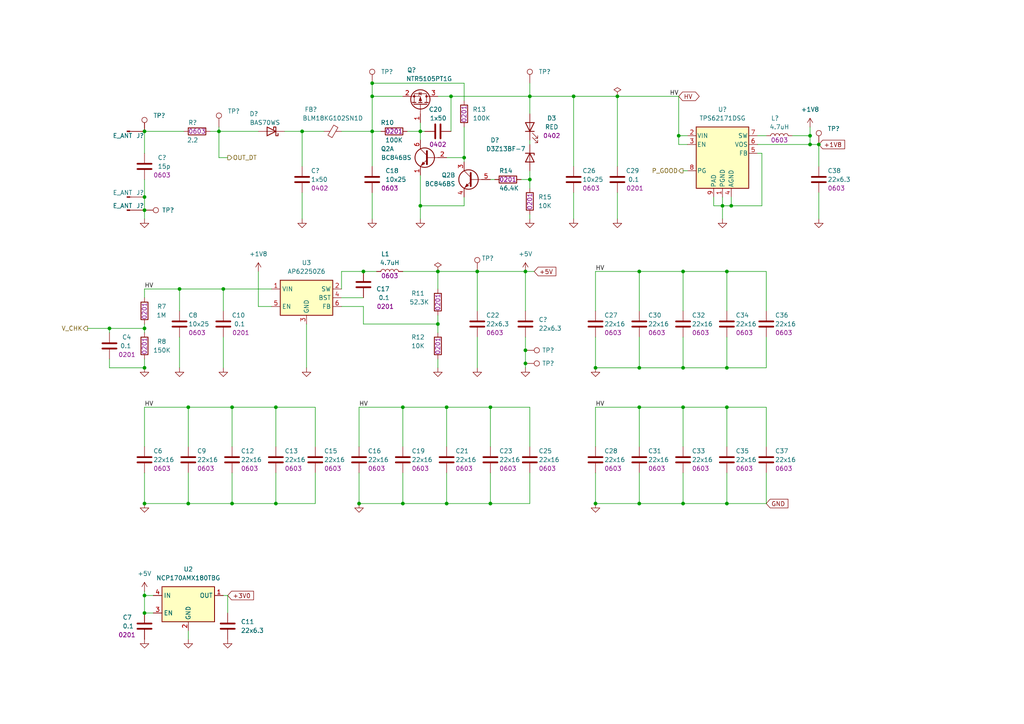
<source format=kicad_sch>
(kicad_sch (version 20231120) (generator "eeschema") (generator_version "8.0")
  (paper "A4")
  (lib_symbols
    (symbol "Connector:Conn_01x01_Male" (pin_numbers hide) (pin_names (offset 1.016) hide)
      (property "Reference" "J" (at 0 2.54 0))
      (property "Value" "Conn_01x01_Male" (at 0 -2.54 0))
      (symbol "Conn_01x01_Male_1_1"
        (pin passive line (at 5.08 0 180) (length 3.81) (name "Pin_1") (number "1"))
      )
    )
    (symbol "Connector:TestPoint" (pin_numbers hide) (pin_names (offset 0.762) hide)
      (property "Reference" "TP" (at 0 6.858 0))
      (property "Value" "TestPoint" (at 0 5.08 0))
      (symbol "TestPoint_1_1"
        (pin passive line (at 0 0 90) (length 2.54) (name "1") (number "1"))
      )
    )
    (symbol "Device:C" (pin_numbers hide) (pin_names (offset 0.254))
      (property "Reference" "C" (at 0.635 2.54 0))
      (property "Value" "C" (at 0.635 -2.54 0))
      (symbol "C_1_1"
        (pin passive line (at 0 3.81 270) (length 2.794) (name "~") (number "1"))
        (pin passive line (at 0 -3.81 90) (length 2.794) (name "~") (number "2"))
      )
    )
    (symbol "Device:D_Schottky" (pin_numbers hide) (pin_names (offset 1.016) hide)
      (property "Reference" "D" (at 0 2.54 0))
      (property "Value" "D_Schottky" (at 0 -2.54 0))
      (symbol "D_Schottky_1_1"
        (pin passive line (at -3.81 0 0) (length 2.54) (name "K") (number "1"))
        (pin passive line (at 3.81 0 180) (length 2.54) (name "A") (number "2"))
      )
    )
    (symbol "Device:D_Zener" (pin_numbers hide) (pin_names (offset 1.016) hide)
      (property "Reference" "D" (at 0 2.54 0))
      (property "Value" "D_Zener" (at 0 -2.54 0))
      (symbol "D_Zener_1_1"
        (pin passive line (at -3.81 0 0) (length 2.54) (name "K") (number "1"))
        (pin passive line (at 3.81 0 180) (length 2.54) (name "A") (number "2"))
      )
    )
    (symbol "Device:FerriteBead_Small" (pin_numbers hide) (pin_names (offset 0))
      (property "Reference" "FB" (at 1.905 1.27 0))
      (property "Value" "FerriteBead_Small" (at 1.905 -1.27 0))
      (symbol "FerriteBead_Small_1_1"
        (pin passive line (at 0 2.54 270) (length 1.27) (name "~") (number "1"))
        (pin passive line (at 0 -2.54 90) (length 1.27) (name "~") (number "2"))
      )
    )
    (symbol "Device:L" (pin_numbers hide) (pin_names (offset 1.016) hide)
      (property "Reference" "L" (at -1.27 0 90))
      (property "Value" "L" (at 1.905 0 90))
      (symbol "L_1_1"
        (pin passive line (at 0 3.81 270) (length 1.27) (name "1") (number "1"))
        (pin passive line (at 0 -3.81 90) (length 1.27) (name "2") (number "2"))
      )
    )
    (symbol "Device:LED" (pin_numbers hide) (pin_names (offset 1.016) hide)
      (property "Reference" "D" (at 0 2.54 0))
      (property "Value" "LED" (at 0 -2.54 0))
      (symbol "LED_1_1"
        (pin passive line (at -3.81 0 0) (length 2.54) (name "K") (number "1"))
        (pin passive line (at 3.81 0 180) (length 2.54) (name "A") (number "2"))
      )
    )
    (symbol "Device:Q_PMOS_GSD" (pin_names (offset 0) hide)
      (property "Reference" "Q" (at 5.08 1.27 0))
      (property "Value" "Q_PMOS_GSD" (at 5.08 -1.27 0))
      (symbol "Q_PMOS_GSD_1_1"
        (pin input line (at -5.08 0 0) (length 2.54) (name "G") (number "1"))
        (pin passive line (at 2.54 -5.08 90) (length 2.54) (name "S") (number "2"))
        (pin passive line (at 2.54 5.08 270) (length 2.54) (name "D") (number "3"))
      )
    )
    (symbol "Device:R" (pin_numbers hide) (pin_names (offset 0))
      (property "Reference" "R" (at 2.032 0 90))
      (property "Value" "R" (at 0 0 90))
      (symbol "R_1_1"
        (pin passive line (at 0 3.81 270) (length 1.27) (name "~") (number "1"))
        (pin passive line (at 0 -3.81 90) (length 1.27) (name "~") (number "2"))
      )
    )
    (symbol "Regulator_Linear:NCP115AMX250TCG"
      (property "Reference" "U" (at 2.54 10.16 0))
      (property "Value" "NCP115AMX250TCG" (at 10.16 7.62 0))
      (symbol "NCP115AMX250TCG_1_1"
        (pin power_out line (at 10.16 2.54 180) (length 2.54) (name "OUT") (number "1"))
        (pin power_in line (at 0 -7.62 90) (length 2.54) (name "GND") (number "2"))
        (pin input line (at -10.16 -2.54 0) (length 2.54) (name "EN") (number "3"))
        (pin power_in line (at -10.16 2.54 0) (length 2.54) (name "IN") (number "4"))
        (pin passive line (at 0 -7.62 90) (length 2.54) hide (name "GND") (number "5"))
      )
    )
    (symbol "Regulator_Switching:AP62250Z6"
      (property "Reference" "U" (at -7.62 6.35 0))
      (property "Value" "AP62250Z6" (at 6.35 -6.35 0))
      (symbol "AP62250Z6_1_1"
        (pin power_in line (at -10.16 2.54 0) (length 2.54) (name "VIN") (number "1"))
        (pin output line (at 10.16 2.54 180) (length 2.54) (name "SW") (number "2"))
        (pin power_in line (at 0 -7.62 90) (length 2.54) (name "GND") (number "3"))
        (pin passive line (at 10.16 0 180) (length 2.54) (name "BST") (number "4"))
        (pin input line (at -10.16 -2.54 0) (length 2.54) (name "EN") (number "5"))
        (pin input line (at 10.16 -2.54 180) (length 2.54) (name "FB") (number "6"))
      )
    )
    (symbol "Regulator_Switching:TPS62171DSG" (pin_names (offset 0.254))
      (property "Reference" "U" (at -7.62 11.43 0))
      (property "Value" "TPS62171DSG" (at -1.27 11.43 0))
      (symbol "TPS62171DSG_1_1"
        (pin power_in line (at 0 -10.16 90) (length 2.54) (name "PGND") (number "1"))
        (pin power_in line (at -10.16 7.62 0) (length 2.54) (name "VIN") (number "2"))
        (pin input line (at -10.16 5.08 0) (length 2.54) (name "EN") (number "3"))
        (pin power_in line (at 2.54 -10.16 90) (length 2.54) (name "AGND") (number "4"))
        (pin input line (at 10.16 2.54 180) (length 2.54) (name "FB") (number "5"))
        (pin input line (at 10.16 5.08 180) (length 2.54) (name "VOS") (number "6"))
        (pin output line (at 10.16 7.62 180) (length 2.54) (name "SW") (number "7"))
        (pin open_collector line (at -10.16 -2.54 0) (length 2.54) (name "PG") (number "8"))
        (pin power_in line (at -2.54 -10.16 90) (length 2.54) (name "PAD") (number "9"))
      )
    )
    (symbol "Transistor_BJT:BC846BS" (pin_names (offset 0) hide)
      (property "Reference" "Q" (at 5.08 1.27 0))
      (property "Value" "BC846BS" (at 5.08 -1.27 0))
      (symbol "BC846BS_1_1"
        (pin passive line (at 2.54 -5.08 90) (length 2.54) (name "E1") (number "1"))
        (pin input line (at -5.08 0 0) (length 2.54) (name "B1") (number "2"))
        (pin passive line (at 2.54 5.08 270) (length 2.54) (name "C1") (number "6"))
      )
      (symbol "BC846BS_2_1"
        (pin passive line (at 2.54 5.08 270) (length 2.54) (name "C2") (number "3"))
        (pin passive line (at 2.54 -5.08 90) (length 2.54) (name "E2") (number "4"))
        (pin input line (at -5.08 0 0) (length 2.54) (name "B2") (number "5"))
      )
    )
    (symbol "power:+1V8" (power) (pin_names (offset 0))
      (property "Value" "+1V8" (at 0 3.556 0))
      (symbol "+1V8_1_1"
        (pin power_in line (at 0 0 90) (length 0) hide (name "+1V8") (number "1"))
      )
    )
    (symbol "power:+5V" (power) (pin_numbers hide) (pin_names (offset 0) hide)
      (property "Value" "+5V" (at 0 3.556 0))
      (symbol "+5V_1_1"
        (pin power_in line (at 0 0 90) (length 0) (name "~") (number "1"))
      )
    )
    (symbol "power:GND" (power) (pin_names (offset 0))
      (property "Value" "GND" (at 0 -3.81 0))
      (symbol "GND_1_1"
        (pin power_in line (at 0 0 270) (length 0) hide (name "GND") (number "1"))
      )
    )
    (symbol "power:PWR_FLAG" (power) (pin_numbers hide) (pin_names (offset 0) hide)
      (property "Value" "PWR_FLAG" (at 0 3.81 0))
      (symbol "PWR_FLAG_0_0"
        (pin power_out line (at 0 0 90) (length 0) (name "pwr") (number "1"))
      )
    )
  )
  (junction (at 63.5 38.1))
  (junction (at 209.55 59.69))
  (junction (at 41.91 57.15))
  (junction (at 41.91 95.25))
  (junction (at 107.95 27.94))
  (junction (at 121.92 38.1))
  (junction (at 152.4 101.6))
  (junction (at 41.91 106.68))
  (junction (at 172.72 146.05))
  (junction (at 41.91 146.05))
  (junction (at 52.07 83.82))
  (junction (at 41.91 172.72))
  (junction (at 212.09 59.69))
  (junction (at 153.67 52.07))
  (junction (at 130.81 27.94))
  (junction (at 172.72 106.68))
  (junction (at 198.12 118.11))
  (junction (at 185.42 78.74))
  (junction (at 54.61 146.05))
  (junction (at 129.54 146.05))
  (junction (at 210.82 106.68))
  (junction (at 234.95 41.91))
  (junction (at 179.07 27.94))
  (junction (at 210.82 118.11))
  (junction (at 142.24 118.11))
  (junction (at 153.67 27.94))
  (junction (at 64.77 83.82))
  (junction (at 107.95 24.13))
  (junction (at 127 93.98))
  (junction (at 198.12 106.68))
  (junction (at 152.4 105.41))
  (junction (at 41.91 38.1))
  (junction (at 121.92 59.69))
  (junction (at 166.37 27.94))
  (junction (at 41.91 177.8))
  (junction (at 129.54 118.11))
  (junction (at 116.84 118.11))
  (junction (at 31.75 95.25))
  (junction (at 127 78.74))
  (junction (at 237.49 41.91))
  (junction (at 80.01 118.11))
  (junction (at 41.91 60.96))
  (junction (at 104.14 146.05))
  (junction (at 54.61 118.11))
  (junction (at 210.82 78.74))
  (junction (at 185.42 106.68))
  (junction (at 198.12 78.74))
  (junction (at 185.42 118.11))
  (junction (at 138.43 78.74))
  (junction (at 116.84 146.05))
  (junction (at 80.01 146.05))
  (junction (at 142.24 146.05))
  (junction (at 185.42 146.05))
  (junction (at 67.31 146.05))
  (junction (at 67.31 118.11))
  (junction (at 105.41 78.74))
  (junction (at 152.4 78.74))
  (junction (at 210.82 146.05))
  (junction (at 87.63 38.1))
  (junction (at 234.95 39.37))
  (junction (at 198.12 146.05))
  (junction (at 134.62 45.72))
  (junction (at 107.95 38.1))
  (junction (at 196.85 39.37))
  (wire (pts (xy 66.04 172.72) (xy 66.04 177.8)))
  (wire (pts (xy 52.07 97.79) (xy 52.07 106.68)))
  (wire (pts (xy 104.14 118.11) (xy 116.84 118.11)))
  (wire (pts (xy 196.85 39.37) (xy 196.85 41.91)))
  (wire (pts (xy 198.12 97.79) (xy 198.12 106.68)))
  (wire (pts (xy 210.82 146.05) (xy 222.25 146.05)))
  (wire (pts (xy 198.12 78.74) (xy 198.12 90.17)))
  (wire (pts (xy 41.91 38.1) (xy 53.34 38.1)))
  (wire (pts (xy 152.4 90.17) (xy 152.4 78.74)))
  (wire (pts (xy 210.82 78.74) (xy 222.25 78.74)))
  (wire (pts (xy 99.06 86.36) (xy 105.41 86.36)))
  (wire (pts (xy 87.63 55.88) (xy 87.63 63.5)))
  (wire (pts (xy 142.24 146.05) (xy 153.67 146.05)))
  (wire (pts (xy 121.92 38.1) (xy 121.92 40.64)))
  (wire (pts (xy 196.85 27.94) (xy 196.85 39.37)))
  (wire (pts (xy 210.82 118.11) (xy 210.82 129.54)))
  (wire (pts (xy 172.72 137.16) (xy 172.72 146.05)))
  (wire (pts (xy 80.01 137.16) (xy 80.01 146.05)))
  (wire (pts (xy 74.93 88.9) (xy 74.93 78.74)))
  (wire (pts (xy 220.98 44.45) (xy 219.71 44.45)))
  (wire (pts (xy 212.09 59.69) (xy 220.98 59.69)))
  (wire (pts (xy 185.42 118.11) (xy 198.12 118.11)))
  (wire (pts (xy 129.54 137.16) (xy 129.54 146.05)))
  (wire (pts (xy 166.37 55.88) (xy 166.37 63.5)))
  (wire (pts (xy 134.62 36.83) (xy 134.62 45.72)))
  (wire (pts (xy 179.07 27.94) (xy 179.07 48.26)))
  (wire (pts (xy 209.55 59.69) (xy 209.55 57.15)))
  (wire (pts (xy 151.13 52.07) (xy 153.67 52.07)))
  (wire (pts (xy 105.41 88.9) (xy 99.06 88.9)))
  (wire (pts (xy 87.63 38.1) (xy 87.63 48.26)))
  (wire (pts (xy 52.07 83.82) (xy 64.77 83.82)))
  (wire (pts (xy 31.75 96.52) (xy 31.75 95.25)))
  (wire (pts (xy 198.12 106.68) (xy 210.82 106.68)))
  (wire (pts (xy 209.55 59.69) (xy 209.55 63.5)))
  (wire (pts (xy 80.01 118.11) (xy 91.44 118.11)))
  (wire (pts (xy 179.07 55.88) (xy 179.07 63.5)))
  (wire (pts (xy 41.91 38.1) (xy 41.91 44.45)))
  (wire (pts (xy 185.42 146.05) (xy 198.12 146.05)))
  (wire (pts (xy 80.01 118.11) (xy 80.01 129.54)))
  (wire (pts (xy 99.06 78.74) (xy 99.06 83.82)))
  (wire (pts (xy 41.91 172.72) (xy 44.45 172.72)))
  (wire (pts (xy 41.91 57.15) (xy 41.91 60.96)))
  (wire (pts (xy 130.81 27.94) (xy 130.81 38.1)))
  (wire (pts (xy 237.49 48.26) (xy 237.49 41.91)))
  (wire (pts (xy 64.77 97.79) (xy 64.77 106.68)))
  (wire (pts (xy 41.91 146.05) (xy 54.61 146.05)))
  (wire (pts (xy 207.01 59.69) (xy 209.55 59.69)))
  (wire (pts (xy 52.07 83.82) (xy 41.91 83.82)))
  (wire (pts (xy 54.61 137.16) (xy 54.61 146.05)))
  (wire (pts (xy 107.95 27.94) (xy 107.95 38.1)))
  (wire (pts (xy 41.91 129.54) (xy 41.91 118.11)))
  (wire (pts (xy 41.91 60.96) (xy 41.91 63.5)))
  (wire (pts (xy 54.61 118.11) (xy 67.31 118.11)))
  (wire (pts (xy 185.42 118.11) (xy 185.42 129.54)))
  (wire (pts (xy 67.31 118.11) (xy 67.31 129.54)))
  (wire (pts (xy 41.91 93.98) (xy 41.91 95.25)))
  (wire (pts (xy 172.72 129.54) (xy 172.72 118.11)))
  (wire (pts (xy 134.62 59.69) (xy 121.92 59.69)))
  (wire (pts (xy 196.85 41.91) (xy 199.39 41.91)))
  (wire (pts (xy 54.61 146.05) (xy 67.31 146.05)))
  (wire (pts (xy 91.44 118.11) (xy 91.44 129.54)))
  (wire (pts (xy 134.62 24.13) (xy 107.95 24.13)))
  (wire (pts (xy 219.71 39.37) (xy 222.25 39.37)))
  (wire (pts (xy 234.95 36.83) (xy 234.95 39.37)))
  (wire (pts (xy 172.72 106.68) (xy 185.42 106.68)))
  (wire (pts (xy 99.06 78.74) (xy 105.41 78.74)))
  (wire (pts (xy 66.04 172.72) (xy 64.77 172.72)))
  (wire (pts (xy 121.92 59.69) (xy 121.92 50.8)))
  (wire (pts (xy 116.84 146.05) (xy 129.54 146.05)))
  (wire (pts (xy 207.01 59.69) (xy 207.01 57.15)))
  (wire (pts (xy 116.84 78.74) (xy 127 78.74)))
  (wire (pts (xy 127 27.94) (xy 130.81 27.94)))
  (wire (pts (xy 153.67 40.64) (xy 153.67 41.91)))
  (wire (pts (xy 67.31 118.11) (xy 80.01 118.11)))
  (wire (pts (xy 185.42 137.16) (xy 185.42 146.05)))
  (wire (pts (xy 31.75 104.14) (xy 31.75 106.68)))
  (wire (pts (xy 107.95 27.94) (xy 116.84 27.94)))
  (wire (pts (xy 152.4 101.6) (xy 152.4 105.41)))
  (wire (pts (xy 116.84 118.11) (xy 116.84 129.54)))
  (wire (pts (xy 138.43 90.17) (xy 138.43 78.74)))
  (wire (pts (xy 198.12 118.11) (xy 198.12 129.54)))
  (wire (pts (xy 41.91 86.36) (xy 41.91 83.82)))
  (wire (pts (xy 152.4 97.79) (xy 152.4 101.6)))
  (wire (pts (xy 82.55 38.1) (xy 87.63 38.1)))
  (wire (pts (xy 153.67 27.94) (xy 153.67 24.13)))
  (wire (pts (xy 210.82 97.79) (xy 210.82 106.68)))
  (wire (pts (xy 153.67 27.94) (xy 166.37 27.94)))
  (wire (pts (xy 129.54 118.11) (xy 142.24 118.11)))
  (wire (pts (xy 210.82 78.74) (xy 210.82 90.17)))
  (wire (pts (xy 153.67 52.07) (xy 153.67 54.61)))
  (wire (pts (xy 78.74 88.9) (xy 74.93 88.9)))
  (wire (pts (xy 104.14 137.16) (xy 104.14 146.05)))
  (wire (pts (xy 172.72 97.79) (xy 172.72 106.68)))
  (wire (pts (xy 104.14 146.05) (xy 116.84 146.05)))
  (wire (pts (xy 127 93.98) (xy 127 91.44)))
  (wire (pts (xy 41.91 104.14) (xy 41.91 106.68)))
  (wire (pts (xy 134.62 24.13) (xy 134.62 29.21)))
  (wire (pts (xy 31.75 95.25) (xy 41.91 95.25)))
  (wire (pts (xy 105.41 78.74) (xy 109.22 78.74)))
  (wire (pts (xy 41.91 95.25) (xy 41.91 96.52)))
  (wire (pts (xy 105.41 88.9) (xy 105.41 93.98)))
  (wire (pts (xy 110.49 38.1) (xy 107.95 38.1)))
  (wire (pts (xy 172.72 118.11) (xy 185.42 118.11)))
  (wire (pts (xy 142.24 52.07) (xy 143.51 52.07)))
  (wire (pts (xy 153.67 49.53) (xy 153.67 52.07)))
  (wire (pts (xy 222.25 118.11) (xy 222.25 129.54)))
  (wire (pts (xy 127 104.14) (xy 127 106.68)))
  (wire (pts (xy 234.95 41.91) (xy 234.95 39.37)))
  (wire (pts (xy 41.91 171.45) (xy 41.91 172.72)))
  (wire (pts (xy 234.95 41.91) (xy 237.49 41.91)))
  (wire (pts (xy 54.61 118.11) (xy 54.61 129.54)))
  (wire (pts (xy 25.4 95.25) (xy 31.75 95.25)))
  (wire (pts (xy 222.25 97.79) (xy 222.25 106.68)))
  (wire (pts (xy 116.84 137.16) (xy 116.84 146.05)))
  (wire (pts (xy 166.37 48.26) (xy 166.37 27.94)))
  (wire (pts (xy 152.4 105.41) (xy 152.4 106.68)))
  (wire (pts (xy 41.91 118.11) (xy 54.61 118.11)))
  (wire (pts (xy 142.24 118.11) (xy 142.24 129.54)))
  (wire (pts (xy 179.07 27.94) (xy 196.85 27.94)))
  (wire (pts (xy 66.04 45.72) (xy 63.5 45.72)))
  (wire (pts (xy 210.82 106.68) (xy 222.25 106.68)))
  (wire (pts (xy 212.09 59.69) (xy 212.09 57.15)))
  (wire (pts (xy 54.61 182.88) (xy 54.61 185.42)))
  (wire (pts (xy 41.91 57.15) (xy 41.91 52.07)))
  (wire (pts (xy 138.43 78.74) (xy 127 78.74)))
  (wire (pts (xy 127 78.74) (xy 127 83.82)))
  (wire (pts (xy 116.84 118.11) (xy 129.54 118.11)))
  (wire (pts (xy 152.4 78.74) (xy 154.94 78.74)))
  (wire (pts (xy 91.44 137.16) (xy 91.44 146.05)))
  (wire (pts (xy 121.92 59.69) (xy 121.92 63.5)))
  (wire (pts (xy 138.43 97.79) (xy 138.43 106.68)))
  (wire (pts (xy 198.12 146.05) (xy 210.82 146.05)))
  (wire (pts (xy 63.5 38.1) (xy 63.5 36.83)))
  (wire (pts (xy 64.77 83.82) (xy 64.77 90.17)))
  (wire (pts (xy 104.14 129.54) (xy 104.14 118.11)))
  (wire (pts (xy 138.43 78.74) (xy 152.4 78.74)))
  (wire (pts (xy 220.98 44.45) (xy 220.98 59.69)))
  (wire (pts (xy 99.06 38.1) (xy 107.95 38.1)))
  (wire (pts (xy 172.72 78.74) (xy 185.42 78.74)))
  (wire (pts (xy 88.9 106.68) (xy 88.9 93.98)))
  (wire (pts (xy 67.31 146.05) (xy 80.01 146.05)))
  (wire (pts (xy 31.75 106.68) (xy 41.91 106.68)))
  (wire (pts (xy 153.67 137.16) (xy 153.67 146.05)))
  (wire (pts (xy 130.81 27.94) (xy 153.67 27.94)))
  (wire (pts (xy 87.63 38.1) (xy 93.98 38.1)))
  (wire (pts (xy 237.49 55.88) (xy 237.49 63.5)))
  (wire (pts (xy 52.07 90.17) (xy 52.07 83.82)))
  (wire (pts (xy 198.12 78.74) (xy 210.82 78.74)))
  (wire (pts (xy 198.12 137.16) (xy 198.12 146.05)))
  (wire (pts (xy 105.41 93.98) (xy 127 93.98)))
  (wire (pts (xy 172.72 146.05) (xy 185.42 146.05)))
  (wire (pts (xy 63.5 38.1) (xy 74.93 38.1)))
  (wire (pts (xy 219.71 41.91) (xy 234.95 41.91)))
  (wire (pts (xy 153.67 118.11) (xy 153.67 129.54)))
  (wire (pts (xy 198.12 118.11) (xy 210.82 118.11)))
  (wire (pts (xy 107.95 24.13) (xy 107.95 27.94)))
  (wire (pts (xy 166.37 27.94) (xy 179.07 27.94)))
  (wire (pts (xy 234.95 39.37) (xy 229.87 39.37)))
  (wire (pts (xy 142.24 137.16) (xy 142.24 146.05)))
  (wire (pts (xy 185.42 78.74) (xy 185.42 90.17)))
  (wire (pts (xy 118.11 38.1) (xy 121.92 38.1)))
  (wire (pts (xy 185.42 97.79) (xy 185.42 106.68)))
  (wire (pts (xy 196.85 39.37) (xy 199.39 39.37)))
  (wire (pts (xy 121.92 35.56) (xy 121.92 38.1)))
  (wire (pts (xy 134.62 57.15) (xy 134.62 59.69)))
  (wire (pts (xy 80.01 146.05) (xy 91.44 146.05)))
  (wire (pts (xy 129.54 118.11) (xy 129.54 129.54)))
  (wire (pts (xy 41.91 172.72) (xy 41.91 177.8)))
  (wire (pts (xy 172.72 90.17) (xy 172.72 78.74)))
  (wire (pts (xy 41.91 177.8) (xy 44.45 177.8)))
  (wire (pts (xy 222.25 78.74) (xy 222.25 90.17)))
  (wire (pts (xy 63.5 45.72) (xy 63.5 38.1)))
  (wire (pts (xy 123.19 38.1) (xy 121.92 38.1)))
  (wire (pts (xy 210.82 118.11) (xy 222.25 118.11)))
  (wire (pts (xy 127 96.52) (xy 127 93.98)))
  (wire (pts (xy 185.42 106.68) (xy 198.12 106.68)))
  (wire (pts (xy 210.82 137.16) (xy 210.82 146.05)))
  (wire (pts (xy 209.55 59.69) (xy 212.09 59.69)))
  (wire (pts (xy 134.62 46.99) (xy 134.62 45.72)))
  (wire (pts (xy 153.67 27.94) (xy 153.67 33.02)))
  (wire (pts (xy 134.62 45.72) (xy 129.54 45.72)))
  (wire (pts (xy 67.31 137.16) (xy 67.31 146.05)))
  (wire (pts (xy 142.24 118.11) (xy 153.67 118.11)))
  (wire (pts (xy 107.95 38.1) (xy 107.95 48.26)))
  (wire (pts (xy 198.12 49.53) (xy 199.39 49.53)))
  (wire (pts (xy 185.42 78.74) (xy 198.12 78.74)))
  (wire (pts (xy 64.77 83.82) (xy 78.74 83.82)))
  (wire (pts (xy 41.91 137.16) (xy 41.91 146.05)))
  (wire (pts (xy 60.96 38.1) (xy 63.5 38.1)))
  (wire (pts (xy 129.54 146.05) (xy 142.24 146.05)))
  (wire (pts (xy 107.95 55.88) (xy 107.95 63.5)))
  (wire (pts (xy 153.67 62.23) (xy 153.67 63.5)))
  (wire (pts (xy 222.25 137.16) (xy 222.25 146.05)))
  (label "HV" (at 41.91 83.82 0))
  (label "HV" (at 41.91 118.11 0))
  (label "HV" (at 172.72 78.74 0))
  (label "HV" (at 172.72 118.11 0))
  (label "HV" (at 196.85 27.94 180))
  (label "HV" (at 104.14 118.11 0))
  (global_label "HV" (shape bidirectional) (at 196.85 27.94 0) (property "Intersheetrefs" "${INTERSHEET_REFS}" (effects (hide yes))))
  (global_label "GND" (shape input) (at 222.25 146.05 0) (property "Intersheetrefs" "${INTERSHEET_REFS}" (effects (hide yes))))
  (global_label "+1V8" (shape input) (at 237.49 41.91 0) (property "Intersheetrefs" "${INTERSHEET_REFS}" (effects (hide yes))))
  (global_label "+3V0" (shape input) (at 66.04 172.72 0) (property "Intersheetrefs" "${INTERSHEET_REFS}" (effects (hide yes))))
  (global_label "+5V" (shape input) (at 154.94 78.74 0) (property "Intersheetrefs" "${INTERSHEET_REFS}" (effects (hide yes))))
  (hierarchical_label "V_CHK" (shape output) (at 25.4 95.25 180))
  (hierarchical_label "P_GOOD" (shape output) (at 198.12 49.53 180))
  (hierarchical_label "OUT_DT" (shape output) (at 66.04 45.72 0))
  (symbol (lib_id "Device:C") (at 116.84 133.35 0) (unit 1)
    (property "Reference" "C19" (at 119.38 130.81 0) (effects (justify left)))
    (property "Value" "22x16" (at 119.38 133.35 0) (effects (justify left)))
    (property "Footprint" "Capacitor_SMD:C_0603_1608Metric" (effects (hide yes)))
    (property "Field5" "0603" (at 121.92 135.89 0))
  )
  (symbol (lib_id "Device:C") (at 198.12 133.35 0) (unit 1)
    (property "Reference" "C33" (at 200.66 130.81 0) (effects (justify left)))
    (property "Value" "22x16" (at 200.66 133.35 0) (effects (justify left)))
    (property "Footprint" "Capacitor_SMD:C_0603_1608Metric" (effects (hide yes)))
    (property "Field5" "0603" (at 203.2 135.89 0))
  )
  (symbol (lib_id "power:GND") (at 54.61 185.42 0) (mirror y) (unit 1)
    (property "Reference" "#PWR013" (effects (hide yes)))
    (property "Value" "GND" (effects (hide yes)))
  )
  (symbol (lib_id "power:GND") (at 41.91 185.42 0) (mirror y) (unit 1)
    (property "Reference" "#PWR011" (effects (hide yes)))
    (property "Value" "GND" (effects (hide yes)))
  )
  (symbol (lib_id "Connector:TestPoint") (at 237.49 41.91 0) (unit 1)
    (property "Reference" "TP?" (at 240.03 37.3379 0) (effects (justify left)))
    (property "Value" "TestPoint" (effects (hide yes)))
    (property "Footprint" "TestPoint:TestPoint_Pad_D1.0mm" (effects (hide yes)))
    (instances (project "Kampela" (path "" (reference "TP?") (unit 1))) (project "Kampela_G5" (path "" (reference "TP10") (unit 1))))
  )
  (symbol (lib_id "power:GND") (at 209.55 63.5 0) (unit 1)
    (property "Reference" "#PWR?" (effects (hide yes)))
    (property "Value" "GND" (effects (hide yes)))
    (instances (project "Kampela" (path "" (reference "#PWR?") (unit 1))) (project "Kampela_G5" (path "" (reference "#PWR031") (unit 1))))
  )
  (symbol (lib_id "power:GND") (at 41.91 63.5 0) (unit 1)
    (property "Reference" "#PWR?" (effects (hide yes)))
    (property "Value" "GND" (effects (hide yes)))
    (instances (project "Kampela" (path "" (reference "#PWR?") (unit 1))) (project "Kampela_G5" (path "" (reference "#PWR07") (unit 1))))
  )
  (symbol (lib_id "Device:C") (at 104.14 133.35 0) (unit 1)
    (property "Reference" "C16" (at 106.68 130.81 0) (effects (justify left)))
    (property "Value" "22x16" (at 106.68 133.35 0) (effects (justify left)))
    (property "Footprint" "Capacitor_SMD:C_0603_1608Metric" (effects (hide yes)))
    (property "Field5" "0603" (at 109.22 135.89 0))
  )
  (symbol (lib_id "Transistor_BJT:BC846BS") (at 124.46 45.72 0) (mirror y) (unit 1)
    (property "Reference" "Q2" (at 114.3 43.18 0) (effects (justify left)))
    (property "Value" "BC846BS" (at 119.38 45.72 0) (effects (justify left)))
    (property "Footprint" "Package_TO_SOT_SMD:SOT-363_SC-70-6" (effects (hide yes)))
    (property "Datasheet" "https://assets.nexperia.com/documents/data-sheet/BC846BS.pdf" (effects (hide yes)))
  )
  (symbol (lib_id "Regulator_Switching:TPS62171DSG") (at 209.55 46.99 0) (unit 1)
    (property "Reference" "U?" (at 209.55 31.75 0))
    (property "Value" "TPS62171DSG" (at 209.55 34.29 0))
    (property "Footprint" "Package_SON:WSON-8-1EP_2x2mm_P0.5mm_EP0.9x1.6mm_ThermalVias" (effects (hide yes)))
    (property "Datasheet" "http://www.ti.com/lit/ds/symlink/tps62170.pdf" (effects (hide yes)))
    (instances (project "Kampela" (path "" (reference "U?") (unit 1))) (project "Kampela_G5" (path "" (reference "U4") (unit 1))))
  )
  (symbol (lib_id "Device:C") (at 198.12 93.98 0) (unit 1)
    (property "Reference" "C32" (at 200.66 91.44 0) (effects (justify left)))
    (property "Value" "22x16" (at 200.66 93.98 0) (effects (justify left)))
    (property "Footprint" "Capacitor_SMD:C_0603_1608Metric" (effects (hide yes)))
    (property "Field5" "0603" (at 203.2 96.52 0))
  )
  (symbol (lib_id "Device:C") (at 185.42 93.98 0) (unit 1)
    (property "Reference" "C30" (at 187.96 91.44 0) (effects (justify left)))
    (property "Value" "22x16" (at 187.96 93.98 0) (effects (justify left)))
    (property "Footprint" "Capacitor_SMD:C_0603_1608Metric" (effects (hide yes)))
    (property "Field5" "0603" (at 190.5 96.52 0))
  )
  (symbol (lib_id "Device:C") (at 222.25 93.98 0) (unit 1)
    (property "Reference" "C36" (at 224.79 91.44 0) (effects (justify left)))
    (property "Value" "22x16" (at 224.79 93.98 0) (effects (justify left)))
    (property "Footprint" "Capacitor_SMD:C_0603_1608Metric" (effects (hide yes)))
    (property "Field5" "0603" (at 227.33 96.52 0))
  )
  (symbol (lib_id "Device:Q_PMOS_GSD") (at 121.92 30.48 270) (mirror x) (unit 1)
    (property "Reference" "Q?" (at 119.38 20.32 90))
    (property "Value" "NTR5105PT1G" (at 124.46 22.86 90))
    (property "Footprint" "Package_TO_SOT_SMD:SOT-23" (effects (hide yes)))
    (instances (project "Weather2" (path "" (reference "Q?") (unit 1))) (project "Kampela" (path "" (reference "Q?") (unit 1))) (project "Kampela_G5" (path "" (reference "Q1") (unit 1))))
  )
  (symbol (lib_id "Connector:TestPoint") (at 41.91 60.96 270) (unit 1)
    (property "Reference" "TP?" (at 46.99 60.9599 90) (effects (justify left)))
    (property "Value" "TestPoint" (effects (hide yes)))
    (property "Footprint" "TestPoint:TestPoint_Pad_D1.0mm" (effects (hide yes)))
    (instances (project "Kampela" (path "" (reference "TP?") (unit 1))) (project "Kampela_G5" (path "" (reference "TP3") (unit 1))))
  )
  (symbol (lib_id "Connector:Conn_01x01_Male") (at 36.83 60.96 0) (unit 1)
    (property "Reference" "J?" (at 40.64 59.69 0))
    (property "Value" "E_ANT" (at 35.56 59.69 0))
    (property "Footprint" "MyLib:TestPoint_Pad_2.4x3.5mm" (effects (hide yes)))
    (instances (project "Kampela" (path "" (reference "J?") (unit 1))) (project "Kampela_G5" (path "" (reference "J3") (unit 1))))
  )
  (symbol (lib_id "power:GND") (at 153.67 63.5 0) (mirror y) (unit 1)
    (property "Reference" "#PWR?" (effects (hide yes)))
    (property "Value" "GND" (effects (hide yes)))
    (instances (project "Kampela" (path "" (reference "#PWR?") (unit 1))) (project "Kampela_G5" (path "" (reference "#PWR026") (unit 1))))
  )
  (symbol (lib_id "Device:C") (at 52.07 93.98 0) (unit 1)
    (property "Reference" "C8" (at 54.61 91.44 0) (effects (justify left)))
    (property "Value" "10x25" (at 54.61 93.98 0) (effects (justify left)))
    (property "Footprint" "Capacitor_SMD:C_0603_1608Metric" (effects (hide yes)))
    (property "Field5" "0603" (at 57.15 96.52 0))
  )
  (symbol (lib_id "Device:C") (at 41.91 181.61 0) (mirror x) (unit 1)
    (property "Reference" "C7" (at 35.56 179.07 0) (effects (justify left)))
    (property "Value" "0.1" (at 35.56 181.61 0) (effects (justify left)))
    (property "Footprint" "Capacitor_SMD:C_0201_0603Metric" (effects (hide yes)))
    (property "Description" "Unpolarized capacitor" (effects (hide yes)))
    (property "Size" "0201" (at 36.83 184.15 0))
  )
  (symbol (lib_id "Connector:TestPoint") (at 152.4 105.41 270) (unit 1)
    (property "Reference" "TP?" (at 159.004 105.41 90))
    (property "Value" "TestPoint" (effects (hide yes)))
    (property "Footprint" "TestPoint:TestPoint_Pad_D1.0mm" (effects (hide yes)))
    (instances (project "Kampela" (path "" (reference "TP?") (unit 1))) (project "Kampela_G5" (path "" (reference "TP8") (unit 1))))
  )
  (symbol (lib_id "power:GND") (at 41.91 146.05 0) (mirror y) (unit 1)
    (property "Reference" "#PWR09" (effects (hide yes)))
    (property "Value" "GND" (effects (hide yes)))
  )
  (symbol (lib_id "power:GND") (at 104.14 146.05 0) (mirror y) (unit 1)
    (property "Reference" "#PWR019" (effects (hide yes)))
    (property "Value" "GND" (effects (hide yes)))
  )
  (symbol (lib_id "Device:C") (at 152.4 93.98 180) (unit 1)
    (property "Reference" "C?" (at 156.21 92.7099 0) (effects (justify right)))
    (property "Value" "22x6.3" (at 156.21 95.2499 0) (effects (justify right)))
    (property "Footprint" "Capacitor_SMD:C_0603_1608Metric" (effects (hide yes)))
    (instances (project "Kampela" (path "" (reference "C?") (unit 1))) (project "Kampela_G5" (path "" (reference "C24") (unit 1))))
  )
  (symbol (lib_id "Device:C") (at 64.77 93.98 180) (unit 1)
    (property "Reference" "C10" (at 71.12 91.44 0) (effects (justify left)))
    (property "Value" "0.1" (at 71.12 93.98 0) (effects (justify left)))
    (property "Footprint" "Capacitor_SMD:C_0201_0603Metric" (effects (hide yes)))
    (property "Description" "Unpolarized capacitor" (effects (hide yes)))
    (property "Size" "0201" (at 69.85 96.52 0))
  )
  (symbol (lib_id "Device:C") (at 142.24 133.35 0) (unit 1)
    (property "Reference" "C23" (at 144.78 130.81 0) (effects (justify left)))
    (property "Value" "22x16" (at 144.78 133.35 0) (effects (justify left)))
    (property "Footprint" "Capacitor_SMD:C_0603_1608Metric" (effects (hide yes)))
    (property "Field5" "0603" (at 147.32 135.89 0))
  )
  (symbol (lib_id "Device:C") (at 41.91 48.26 0) (unit 1)
    (property "Reference" "C?" (at 45.72 45.72 0) (effects (justify left)))
    (property "Value" "15p" (at 45.72 48.26 0) (effects (justify left)))
    (property "Footprint" "Capacitor_SMD:C_0603_1608Metric" (effects (hide yes)))
    (property "Field5" "0603" (at 46.99 50.8 0))
    (instances (project "Kampela" (path "" (reference "C?") (unit 1))) (project "Kampela_G5" (path "" (reference "C5") (unit 1))))
  )
  (symbol (lib_id "Device:C") (at 185.42 133.35 0) (unit 1)
    (property "Reference" "C31" (at 187.96 130.81 0) (effects (justify left)))
    (property "Value" "22x16" (at 187.96 133.35 0) (effects (justify left)))
    (property "Footprint" "Capacitor_SMD:C_0603_1608Metric" (effects (hide yes)))
    (property "Field5" "0603" (at 190.5 135.89 0))
  )
  (symbol (lib_id "Device:C") (at 153.67 133.35 0) (unit 1)
    (property "Reference" "C25" (at 156.21 130.81 0) (effects (justify left)))
    (property "Value" "22x16" (at 156.21 133.35 0) (effects (justify left)))
    (property "Footprint" "Capacitor_SMD:C_0603_1608Metric" (effects (hide yes)))
    (property "Field5" "0603" (at 158.75 135.89 0))
  )
  (symbol (lib_id "power:GND") (at 179.07 63.5 0) (unit 1)
    (property "Reference" "#PWR030" (effects (hide yes)))
    (property "Value" "GND" (effects (hide yes)))
  )
  (symbol (lib_id "Device:C") (at 172.72 133.35 0) (unit 1)
    (property "Reference" "C28" (at 175.26 130.81 0) (effects (justify left)))
    (property "Value" "22x16" (at 175.26 133.35 0) (effects (justify left)))
    (property "Footprint" "Capacitor_SMD:C_0603_1608Metric" (effects (hide yes)))
    (property "Field5" "0603" (at 177.8 135.89 0))
  )
  (symbol (lib_id "Device:R") (at 153.67 58.42 180) (unit 1)
    (property "Reference" "R15" (at 160.02 57.15 0) (effects (justify left)))
    (property "Value" "10K" (at 160.02 59.69 0) (effects (justify left)))
    (property "Footprint" "Resistor_SMD:R_0201_0603Metric" (effects (hide yes)))
    (property "Description" "Resistor" (effects (hide yes)))
    (property "Size" "0201" (at 153.67 58.42 90))
  )
  (symbol (lib_id "Device:LED") (at 153.67 36.83 90) (unit 1)
    (property "Reference" "D3" (at 160.02 34.29 90))
    (property "Value" "RED" (at 160.02 36.83 90))
    (property "Footprint" "LED_SMD:LED_0402_1005Metric" (effects (hide yes)))
    (property "Size" "0402" (at 160.02 39.37 90))
  )
  (symbol (lib_id "Device:C") (at 66.04 181.61 180) (unit 1)
    (property "Reference" "C11" (at 69.85 180.3399 0) (effects (justify right)))
    (property "Value" "22x6.3" (at 69.85 182.8799 0) (effects (justify right)))
    (property "Footprint" "Capacitor_SMD:C_0603_1608Metric" (effects (hide yes)))
  )
  (symbol (lib_id "power:GND") (at 64.77 106.68 0) (unit 1)
    (property "Reference" "#PWR?" (effects (hide yes)))
    (property "Value" "GND" (effects (hide yes)))
    (instances (project "Kampela" (path "" (reference "#PWR?") (unit 1))) (project "Kampela_G5" (path "" (reference "#PWR014") (unit 1))))
  )
  (symbol (lib_id "Device:C") (at 107.95 52.07 0) (unit 1)
    (property "Reference" "C18" (at 111.76 49.53 0) (effects (justify left)))
    (property "Value" "10x25" (at 111.76 52.07 0) (effects (justify left)))
    (property "Footprint" "Capacitor_SMD:C_0603_1608Metric" (effects (hide yes)))
    (property "Field5" "0603" (at 113.03 54.61 0))
  )
  (symbol (lib_id "Device:C") (at 172.72 93.98 0) (unit 1)
    (property "Reference" "C27" (at 175.26 91.44 0) (effects (justify left)))
    (property "Value" "22x16" (at 175.26 93.98 0) (effects (justify left)))
    (property "Footprint" "Capacitor_SMD:C_0603_1608Metric" (effects (hide yes)))
    (property "Field5" "0603" (at 177.8 96.52 0))
  )
  (symbol (lib_id "Device:R") (at 127 100.33 180) (unit 1)
    (property "Reference" "R12" (at 123.19 97.79 0) (effects (justify left)))
    (property "Value" "10K" (at 123.19 100.33 0) (effects (justify left)))
    (property "Footprint" "Resistor_SMD:R_0201_0603Metric" (effects (hide yes)))
    (property "Description" "Resistor" (effects (hide yes)))
    (property "Size" "0201" (at 127 100.33 90))
  )
  (symbol (lib_id "Device:C") (at 31.75 100.33 180) (unit 1)
    (property "Reference" "C4" (at 38.1 97.79 0) (effects (justify left)))
    (property "Value" "0.1" (at 38.1 100.33 0) (effects (justify left)))
    (property "Footprint" "Capacitor_SMD:C_0201_0603Metric" (effects (hide yes)))
    (property "Description" "Unpolarized capacitor" (effects (hide yes)))
    (property "Size" "0201" (at 36.83 102.87 0))
  )
  (symbol (lib_id "Connector:TestPoint") (at 41.91 38.1 0) (unit 1)
    (property "Reference" "TP?" (at 44.45 33.5279 0) (effects (justify left)))
    (property "Value" "TestPoint" (effects (hide yes)))
    (property "Footprint" "TestPoint:TestPoint_Pad_D1.0mm" (effects (hide yes)))
    (instances (project "Kampela" (path "" (reference "TP?") (unit 1))) (project "Kampela_G5" (path "" (reference "TP2") (unit 1))))
  )
  (symbol (lib_id "Device:D_Schottky") (at 78.74 38.1 180) (unit 1)
    (property "Reference" "D?" (at 74.93 33.02 0) (effects (justify left)))
    (property "Value" "BAS70WS" (at 81.28 35.56 0) (effects (justify left)))
    (property "Footprint" "Diode_SMD:D_SOD-323F" (effects (hide yes)))
    (instances (project "Kampela" (path "" (reference "D?") (unit 1))) (project "Kampela_G5" (path "" (reference "D2") (unit 1))))
  )
  (symbol (lib_id "power:GND") (at 107.95 63.5 0) (unit 1)
    (property "Reference" "#PWR?" (effects (hide yes)))
    (property "Value" "GND" (effects (hide yes)))
    (instances (project "Kampela" (path "" (reference "#PWR?") (unit 1))) (project "Kampela_G5" (path "" (reference "#PWR020") (unit 1))))
  )
  (symbol (lib_id "Device:R") (at 57.15 38.1 90) (unit 1)
    (property "Reference" "R?" (at 55.88 35.56 90))
    (property "Value" "2.2" (at 55.88 40.64 90))
    (property "Footprint" "Resistor_SMD:R_0603_1608Metric" (effects (hide yes)))
    (property "Size" "0603" (at 57.15 38.1 90))
    (instances (project "Kampela" (path "" (reference "R?") (unit 1))) (project "Kampela_G5" (path "" (reference "R9") (unit 1))))
  )
  (symbol (lib_id "Device:R") (at 114.3 38.1 90) (unit 1)
    (property "Reference" "R10" (at 114.3 35.56 90) (effects (justify left)))
    (property "Value" "100K" (at 116.84 40.64 90) (effects (justify left)))
    (property "Footprint" "Resistor_SMD:R_0201_0603Metric" (effects (hide yes)))
    (property "Description" "Resistor" (effects (hide yes)))
    (property "Size" "0201" (at 114.3 38.1 90))
  )
  (symbol (lib_id "power:GND") (at 172.72 106.68 0) (mirror y) (unit 1)
    (property "Reference" "#PWR?" (effects (hide yes)))
    (property "Value" "GND" (effects (hide yes)))
    (instances (project "Kampela" (path "" (reference "#PWR?") (unit 1))) (project "Kampela_G5" (path "" (reference "#PWR028") (unit 1))))
  )
  (symbol (lib_id "Connector:TestPoint") (at 63.5 36.83 0) (unit 1)
    (property "Reference" "TP?" (at 66.04 32.2579 0) (effects (justify left)))
    (property "Value" "TestPoint" (effects (hide yes)))
    (property "Footprint" "TestPoint:TestPoint_Pad_D1.0mm" (effects (hide yes)))
    (instances (project "Kampela" (path "" (reference "TP?") (unit 1))) (project "Kampela_G5" (path "" (reference "TP4") (unit 1))))
  )
  (symbol (lib_id "Device:C") (at 80.01 133.35 0) (unit 1)
    (property "Reference" "C13" (at 82.55 130.81 0) (effects (justify left)))
    (property "Value" "22x16" (at 82.55 133.35 0) (effects (justify left)))
    (property "Footprint" "Capacitor_SMD:C_0603_1608Metric" (effects (hide yes)))
    (property "Field5" "0603" (at 85.09 135.89 0))
  )
  (symbol (lib_id "power:PWR_FLAG") (at 127 78.74 0) (unit 1)
    (property "Reference" "#FLG02" (effects (hide yes)))
    (property "Value" "PWR_FLAG" (effects (hide yes)))
    (property "Description" "Special symbol for telling ERC where power comes from" (effects (hide yes)))
  )
  (symbol (lib_id "Device:C") (at 166.37 52.07 0) (unit 1)
    (property "Reference" "C26" (at 168.91 49.53 0) (effects (justify left)))
    (property "Value" "10x25" (at 168.91 52.07 0) (effects (justify left)))
    (property "Footprint" "Capacitor_SMD:C_0603_1608Metric" (effects (hide yes)))
    (property "Field5" "0603" (at 171.45 54.61 0))
  )
  (symbol (lib_id "Device:C") (at 127 38.1 90) (unit 1)
    (property "Reference" "C20" (at 128.27 31.75 90) (effects (justify left)))
    (property "Value" "1x50" (at 129.54 34.29 90) (effects (justify left)))
    (property "Footprint" "Capacitor_SMD:C_0402_1005Metric" (effects (hide yes)))
    (property "Size" "0402" (at 127 41.91 90))
  )
  (symbol (lib_id "Device:R") (at 134.62 33.02 180) (unit 1)
    (property "Reference" "R13" (at 140.97 31.75 0) (effects (justify left)))
    (property "Value" "100K" (at 142.24 34.29 0) (effects (justify left)))
    (property "Footprint" "Resistor_SMD:R_0201_0603Metric" (effects (hide yes)))
    (property "Description" "Resistor" (effects (hide yes)))
    (property "Size" "0201" (at 134.62 33.02 90))
  )
  (symbol (lib_id "power:+1V8") (at 74.93 78.74 0) (unit 1)
    (property "Reference" "#PWR016" (effects (hide yes)))
    (property "Value" "+1V8" (at 74.93 73.66 0))
  )
  (symbol (lib_id "Device:C") (at 222.25 133.35 0) (unit 1)
    (property "Reference" "C37" (at 224.79 130.81 0) (effects (justify left)))
    (property "Value" "22x16" (at 224.79 133.35 0) (effects (justify left)))
    (property "Footprint" "Capacitor_SMD:C_0603_1608Metric" (effects (hide yes)))
    (property "Field5" "0603" (at 227.33 135.89 0))
  )
  (symbol (lib_id "power:GND") (at 172.72 146.05 0) (mirror y) (unit 1)
    (property "Reference" "#PWR029" (effects (hide yes)))
    (property "Value" "GND" (effects (hide yes)))
  )
  (symbol (lib_id "power:GND") (at 66.04 185.42 0) (mirror y) (unit 1)
    (property "Reference" "#PWR015" (effects (hide yes)))
    (property "Value" "GND" (effects (hide yes)))
  )
  (symbol (lib_id "Device:C") (at 210.82 133.35 0) (unit 1)
    (property "Reference" "C35" (at 213.36 130.81 0) (effects (justify left)))
    (property "Value" "22x16" (at 213.36 133.35 0) (effects (justify left)))
    (property "Footprint" "Capacitor_SMD:C_0603_1608Metric" (effects (hide yes)))
    (property "Field5" "0603" (at 215.9 135.89 0))
  )
  (symbol (lib_id "Device:C") (at 105.41 82.55 180) (unit 1)
    (property "Reference" "C17" (at 113.03 83.82 0) (effects (justify left)))
    (property "Value" "0.1" (at 113.03 86.36 0) (effects (justify left)))
    (property "Footprint" "Capacitor_SMD:C_0201_0603Metric" (effects (hide yes)))
    (property "Description" "Unpolarized capacitor" (effects (hide yes)))
    (property "Size" "0201" (at 111.76 88.9 0))
  )
  (symbol (lib_id "Regulator_Switching:AP62250Z6") (at 88.9 86.36 0) (unit 1)
    (property "Reference" "U3" (at 88.9 76.2 0))
    (property "Value" "AP62250Z6" (at 88.9 78.74 0))
    (property "Footprint" "Package_TO_SOT_SMD:SOT-563" (effects (hide yes)))
    (property "Datasheet" "https://www.diodes.com/assets/Datasheets/AP62250.pdf" (effects (hide yes)))
    (property "Description" "2.5A, 1.3MHz Buck DC/DC Converter, adjustable output voltage, SOT-563" (effects (hide yes)))
  )
  (symbol (lib_id "Connector:TestPoint") (at 138.43 78.74 0) (unit 1)
    (property "Reference" "TP?" (at 139.7 74.93 0) (effects (justify left)))
    (property "Value" "TestPoint" (effects (hide yes)))
    (property "Footprint" "TestPoint:TestPoint_Pad_D1.0mm" (effects (hide yes)))
    (instances (project "Kampela" (path "" (reference "TP?") (unit 1))) (project "Kampela_G5" (path "" (reference "TP6") (unit 1))))
  )
  (symbol (lib_id "Connector:Conn_01x01_Male") (at 36.83 38.1 0) (mirror x) (unit 1)
    (property "Reference" "J?" (at 40.64 39.37 0))
    (property "Value" "E_ANT" (at 35.56 39.37 0))
    (property "Footprint" "MyLib:TestPoint_Pad_2.4x3.5mm" (effects (hide yes)))
    (instances (project "Kampela" (path "" (reference "J?") (unit 1))) (project "Kampela_G5" (path "" (reference "J1") (unit 1))))
  )
  (symbol (lib_id "Device:D_Zener") (at 153.67 45.72 270) (unit 1)
    (property "Reference" "D?" (at 142.24 40.64 90) (effects (justify left)))
    (property "Value" "D3Z13BF-7" (at 140.97 43.18 90) (effects (justify left)))
    (property "Footprint" "Diode_SMD:D_SOD-323F" (effects (hide yes)))
    (instances (project "Kampela" (path "" (reference "D?") (unit 1))) (project "Kampela_G5" (path "" (reference "D4") (unit 1))))
  )
  (symbol (lib_id "power:GND") (at 41.91 106.68 0) (unit 1)
    (property "Reference" "#PWR?" (effects (hide yes)))
    (property "Value" "GND" (effects (hide yes)))
    (instances (project "Kampela" (path "" (reference "#PWR?") (unit 1))) (project "Kampela_G5" (path "" (reference "#PWR08") (unit 1))))
  )
  (symbol (lib_id "Device:C") (at 87.63 52.07 0) (unit 1)
    (property "Reference" "C?" (at 90.17 49.53 0) (effects (justify left)))
    (property "Value" "1x50" (at 90.17 52.07 0) (effects (justify left)))
    (property "Footprint" "Capacitor_SMD:C_0402_1005Metric" (effects (hide yes)))
    (property "Size" "0402" (at 92.71 54.61 0))
    (instances (project "Kampela" (path "" (reference "C?") (unit 1))) (project "Kampela_G5" (path "" (reference "C14") (unit 1))))
  )
  (symbol (lib_id "Connector:Conn_01x01_Male") (at 36.83 57.15 0) (unit 1)
    (property "Reference" "J?" (at 40.64 55.88 0))
    (property "Value" "E_ANT" (at 35.56 55.88 0))
    (property "Footprint" "MyLib:TestPoint_Pad_2.4x3.5mm" (effects (hide yes)))
    (instances (project "Kampela" (path "" (reference "J?") (unit 1))) (project "Kampela_G5" (path "" (reference "J2") (unit 1))))
  )
  (symbol (lib_id "power:+5V") (at 41.91 171.45 0) (unit 1)
    (property "Reference" "#PWR010" (effects (hide yes)))
    (property "Value" "+5V" (at 41.91 166.37 0))
    (property "Description" "Power symbol creates a global label with name \"+5V\"" (effects (hide yes)))
  )
  (symbol (lib_id "Device:C") (at 210.82 93.98 0) (unit 1)
    (property "Reference" "C34" (at 213.36 91.44 0) (effects (justify left)))
    (property "Value" "22x16" (at 213.36 93.98 0) (effects (justify left)))
    (property "Footprint" "Capacitor_SMD:C_0603_1608Metric" (effects (hide yes)))
    (property "Field5" "0603" (at 215.9 96.52 0))
  )
  (symbol (lib_id "Regulator_Linear:NCP115AMX250TCG") (at 54.61 175.26 0) (unit 1)
    (property "Reference" "U2" (at 54.61 165.1 0))
    (property "Value" "NCP170AMX180TBG" (at 54.61 167.64 0))
    (property "Footprint" "Package_DFN_QFN:OnSemi_XDFN4-1EP_1.0x1.0mm_EP0.52x0.52mm" (effects (hide yes)))
    (property "Datasheet" "https://www.mouser.fi/datasheet/2/308/1/NCP170_D-2316658.pdf" (effects (hide yes)))
    (property "Description" "300mA Low-Dropout Linear Regulators, 2.5V output voltage, LDO with low noise and enable pin, XDFN-4" (effects (hide yes)))
  )
  (symbol (lib_id "Device:C") (at 41.91 133.35 0) (unit 1)
    (property "Reference" "C6" (at 44.45 130.81 0) (effects (justify left)))
    (property "Value" "22x16" (at 44.45 133.35 0) (effects (justify left)))
    (property "Footprint" "Capacitor_SMD:C_0603_1608Metric" (effects (hide yes)))
    (property "Field5" "0603" (at 46.99 135.89 0))
  )
  (symbol (lib_id "Device:L") (at 113.03 78.74 90) (unit 1)
    (property "Reference" "L1" (at 111.76 73.66 90))
    (property "Value" "4.7uH" (at 113.03 76.2 90))
    (property "Footprint" "Inductor_SMD:L_0603_1608Metric" (effects (hide yes)))
    (property "Size" "0603" (at 113.03 80.01 90))
  )
  (symbol (lib_id "power:GND") (at 127 106.68 0) (unit 1)
    (property "Reference" "#PWR?" (effects (hide yes)))
    (property "Value" "GND" (effects (hide yes)))
    (instances (project "Kampela" (path "" (reference "#PWR?") (unit 1))) (project "Kampela_G5" (path "" (reference "#PWR022") (unit 1))))
  )
  (symbol (lib_id "Device:R") (at 147.32 52.07 270) (unit 1)
    (property "Reference" "R14" (at 144.78 49.53 90) (effects (justify left)))
    (property "Value" "46.4K" (at 144.78 54.61 90) (effects (justify left)))
    (property "Footprint" "Resistor_SMD:R_0201_0603Metric" (effects (hide yes)))
    (property "Description" "Resistor" (effects (hide yes)))
    (property "Size" "0201" (at 147.32 52.07 90))
  )
  (symbol (lib_id "Device:C") (at 129.54 133.35 0) (unit 1)
    (property "Reference" "C21" (at 132.08 130.81 0) (effects (justify left)))
    (property "Value" "22x16" (at 132.08 133.35 0) (effects (justify left)))
    (property "Footprint" "Capacitor_SMD:C_0603_1608Metric" (effects (hide yes)))
    (property "Field5" "0603" (at 134.62 135.89 0))
  )
  (symbol (lib_id "Device:FerriteBead_Small") (at 96.52 38.1 270) (unit 1)
    (property "Reference" "FB?" (at 90.17 31.75 90))
    (property "Value" "BLM18KG102SN1D" (at 96.52 34.29 90))
    (property "Footprint" "Inductor_SMD:L_0603_1608Metric" (effects (hide yes)))
    (instances (project "Kampela" (path "" (reference "FB?") (unit 1))) (project "Kampela_G5" (path "" (reference "FB1") (unit 1))))
  )
  (symbol (lib_id "Connector:TestPoint") (at 153.67 24.13 0) (unit 1)
    (property "Reference" "TP?" (at 156.21 20.8279 0) (effects (justify left)))
    (property "Value" "TestPoint" (effects (hide yes)))
    (property "Footprint" "TestPoint:TestPoint_Pad_D1.0mm" (effects (hide yes)))
    (instances (project "Kampela" (path "" (reference "TP?") (unit 1))) (project "Kampela_G5" (path "" (reference "TP9") (unit 1))))
  )
  (symbol (lib_id "Device:C") (at 138.43 93.98 0) (unit 1)
    (property "Reference" "C22" (at 140.97 91.44 0) (effects (justify left)))
    (property "Value" "22x6.3" (at 140.97 93.98 0) (effects (justify left)))
    (property "Footprint" "Capacitor_SMD:C_0603_1608Metric" (effects (hide yes)))
    (property "Field5" "0603" (at 143.51 96.52 0))
  )
  (symbol (lib_id "Device:C") (at 67.31 133.35 0) (unit 1)
    (property "Reference" "C12" (at 69.85 130.81 0) (effects (justify left)))
    (property "Value" "22x16" (at 69.85 133.35 0) (effects (justify left)))
    (property "Footprint" "Capacitor_SMD:C_0603_1608Metric" (effects (hide yes)))
    (property "Field5" "0603" (at 72.39 135.89 0))
  )
  (symbol (lib_id "Connector:TestPoint") (at 107.95 24.13 0) (unit 1)
    (property "Reference" "TP?" (at 110.49 20.8279 0) (effects (justify left)))
    (property "Value" "TestPoint" (effects (hide yes)))
    (property "Footprint" "TestPoint:TestPoint_Pad_D1.0mm" (effects (hide yes)))
    (instances (project "Kampela" (path "" (reference "TP?") (unit 1))) (project "Kampela_G5" (path "" (reference "TP5") (unit 1))))
  )
  (symbol (lib_id "power:GND") (at 121.92 63.5 0) (unit 1)
    (property "Reference" "#PWR?" (effects (hide yes)))
    (property "Value" "GND" (effects (hide yes)))
    (instances (project "Kampela" (path "" (reference "#PWR?") (unit 1))) (project "Kampela_G5" (path "" (reference "#PWR021") (unit 1))))
  )
  (symbol (lib_id "power:GND") (at 138.43 106.68 0) (unit 1)
    (property "Reference" "#PWR?" (effects (hide yes)))
    (property "Value" "GND" (effects (hide yes)))
    (instances (project "Kampela" (path "" (reference "#PWR?") (unit 1))) (project "Kampela_G5" (path "" (reference "#PWR023") (unit 1))))
  )
  (symbol (lib_id "Connector:TestPoint") (at 152.4 101.6 270) (unit 1)
    (property "Reference" "TP?" (at 159.004 101.6 90))
    (property "Value" "TestPoint" (effects (hide yes)))
    (property "Footprint" "TestPoint:TestPoint_Pad_D1.0mm" (effects (hide yes)))
    (instances (project "Kampela" (path "" (reference "TP?") (unit 1))) (project "Kampela_G5" (path "" (reference "TP7") (unit 1))))
  )
  (symbol (lib_id "power:+5V") (at 152.4 78.74 0) (unit 1)
    (property "Reference" "#PWR024" (effects (hide yes)))
    (property "Value" "+5V" (at 152.4 73.66 0))
    (property "Description" "Power symbol creates a global label with name \"+5V\"" (effects (hide yes)))
  )
  (symbol (lib_id "Device:C") (at 91.44 133.35 0) (unit 1)
    (property "Reference" "C15" (at 93.98 130.81 0) (effects (justify left)))
    (property "Value" "22x16" (at 93.98 133.35 0) (effects (justify left)))
    (property "Footprint" "Capacitor_SMD:C_0603_1608Metric" (effects (hide yes)))
    (property "Field5" "0603" (at 96.52 135.89 0))
  )
  (symbol (lib_id "Device:C") (at 237.49 52.07 0) (unit 1)
    (property "Reference" "C38" (at 240.03 49.53 0) (effects (justify left)))
    (property "Value" "22x6.3" (at 240.03 52.07 0) (effects (justify left)))
    (property "Footprint" "Capacitor_SMD:C_0603_1608Metric" (effects (hide yes)))
    (property "Field5" "0603" (at 242.57 54.61 0))
  )
  (symbol (lib_id "Device:C") (at 54.61 133.35 0) (unit 1)
    (property "Reference" "C9" (at 57.15 130.81 0) (effects (justify left)))
    (property "Value" "22x16" (at 57.15 133.35 0) (effects (justify left)))
    (property "Footprint" "Capacitor_SMD:C_0603_1608Metric" (effects (hide yes)))
    (property "Field5" "0603" (at 59.69 135.89 0))
  )
  (symbol (lib_id "power:GND") (at 87.63 63.5 0) (unit 1)
    (property "Reference" "#PWR?" (effects (hide yes)))
    (property "Value" "GND" (effects (hide yes)))
    (instances (project "Kampela" (path "" (reference "#PWR?") (unit 1))) (project "Kampela_G5" (path "" (reference "#PWR017") (unit 1))))
  )
  (symbol (lib_id "power:GND") (at 152.4 106.68 0) (unit 1)
    (property "Reference" "#PWR?" (effects (hide yes)))
    (property "Value" "GND" (effects (hide yes)))
    (instances (project "Kampela" (path "" (reference "#PWR?") (unit 1))) (project "Kampela_G5" (path "" (reference "#PWR025") (unit 1))))
  )
  (symbol (lib_id "Device:R") (at 41.91 100.33 180) (unit 1)
    (property "Reference" "R8" (at 48.26 99.06 0) (effects (justify left)))
    (property "Value" "150K" (at 49.53 101.6 0) (effects (justify left)))
    (property "Footprint" "Resistor_SMD:R_0201_0603Metric" (effects (hide yes)))
    (property "Description" "Resistor" (effects (hide yes)))
    (property "Size" "0201" (at 41.91 100.33 90))
  )
  (symbol (lib_id "Transistor_BJT:BC846BS") (at 137.16 52.07 0) (mirror y) (unit 2)
    (property "Reference" "Q2" (at 132.08 50.8 0) (effects (justify left)))
    (property "Value" "BC846BS" (at 132.08 53.34 0) (effects (justify left)))
    (property "Footprint" "Package_TO_SOT_SMD:SOT-363_SC-70-6" (effects (hide yes)))
    (property "Datasheet" "https://assets.nexperia.com/documents/data-sheet/BC846BS.pdf" (effects (hide yes)))
  )
  (symbol (lib_id "Device:R") (at 41.91 90.17 180) (unit 1)
    (property "Reference" "R7" (at 48.26 88.9 0) (effects (justify left)))
    (property "Value" "1M" (at 48.26 91.44 0) (effects (justify left)))
    (property "Footprint" "Resistor_SMD:R_0201_0603Metric" (effects (hide yes)))
    (property "Description" "Resistor" (effects (hide yes)))
    (property "Size" "0201" (at 41.91 90.17 90))
  )
  (symbol (lib_id "Device:L") (at 226.06 39.37 90) (unit 1)
    (property "Reference" "L?" (at 224.79 34.29 90))
    (property "Value" "4.7uH" (at 226.06 36.83 90))
    (property "Footprint" "Inductor_SMD:L_0603_1608Metric" (effects (hide yes)))
    (property "Size" "0603" (at 226.06 40.64 90))
    (instances (project "Kampela" (path "" (reference "L?") (unit 1))) (project "Kampela_G5" (path "" (reference "L2") (unit 1))))
  )
  (symbol (lib_id "power:GND") (at 166.37 63.5 0) (unit 1)
    (property "Reference" "#PWR027" (effects (hide yes)))
    (property "Value" "GND" (effects (hide yes)))
  )
  (symbol (lib_id "power:+1V8") (at 234.95 36.83 0) (unit 1)
    (property "Reference" "#PWR?" (effects (hide yes)))
    (property "Value" "+1V8" (at 234.95 31.75 0))
    (instances (project "Kampela" (path "" (reference "#PWR?") (unit 1))) (project "Kampela_G5" (path "" (reference "#PWR032") (unit 1))))
  )
  (symbol (lib_id "power:GND") (at 88.9 106.68 0) (unit 1)
    (property "Reference" "#PWR?" (effects (hide yes)))
    (property "Value" "GND" (effects (hide yes)))
    (instances (project "Kampela" (path "" (reference "#PWR?") (unit 1))) (project "Kampela_G5" (path "" (reference "#PWR018") (unit 1))))
  )
  (symbol (lib_id "power:GND") (at 237.49 63.5 0) (unit 1)
    (property "Reference" "#PWR?" (effects (hide yes)))
    (property "Value" "GND" (effects (hide yes)))
    (instances (project "Kampela" (path "" (reference "#PWR?") (unit 1))) (project "Kampela_G5" (path "" (reference "#PWR033") (unit 1))))
  )
  (symbol (lib_id "power:PWR_FLAG") (at 179.07 27.94 0) (unit 1)
    (property "Reference" "#FLG04" (effects (hide yes)))
    (property "Value" "PWR_FLAG" (effects (hide yes)))
    (property "Description" "Special symbol for telling ERC where power comes from" (effects (hide yes)))
  )
  (symbol (lib_id "power:GND") (at 52.07 106.68 0) (unit 1)
    (property "Reference" "#PWR?" (effects (hide yes)))
    (property "Value" "GND" (effects (hide yes)))
    (instances (project "Kampela" (path "" (reference "#PWR?") (unit 1))) (project "Kampela_G5" (path "" (reference "#PWR012") (unit 1))))
  )
  (symbol (lib_id "Device:R") (at 127 87.63 180) (unit 1)
    (property "Reference" "R11" (at 123.19 85.09 0) (effects (justify left)))
    (property "Value" "52.3K" (at 124.46 87.63 0) (effects (justify left)))
    (property "Footprint" "Resistor_SMD:R_0201_0603Metric" (effects (hide yes)))
    (property "Description" "Resistor" (effects (hide yes)))
    (property "Size" "0201" (at 127 87.63 90))
  )
  (symbol (lib_id "Device:C") (at 179.07 52.07 180) (unit 1)
    (property "Reference" "C29" (at 185.42 49.53 0) (effects (justify left)))
    (property "Value" "0.1" (at 185.42 52.07 0) (effects (justify left)))
    (property "Footprint" "Capacitor_SMD:C_0201_0603Metric" (effects (hide yes)))
    (property "Description" "Unpolarized capacitor" (effects (hide yes)))
    (property "Size" "0201" (at 184.15 54.61 0))
  )
)
</source>
